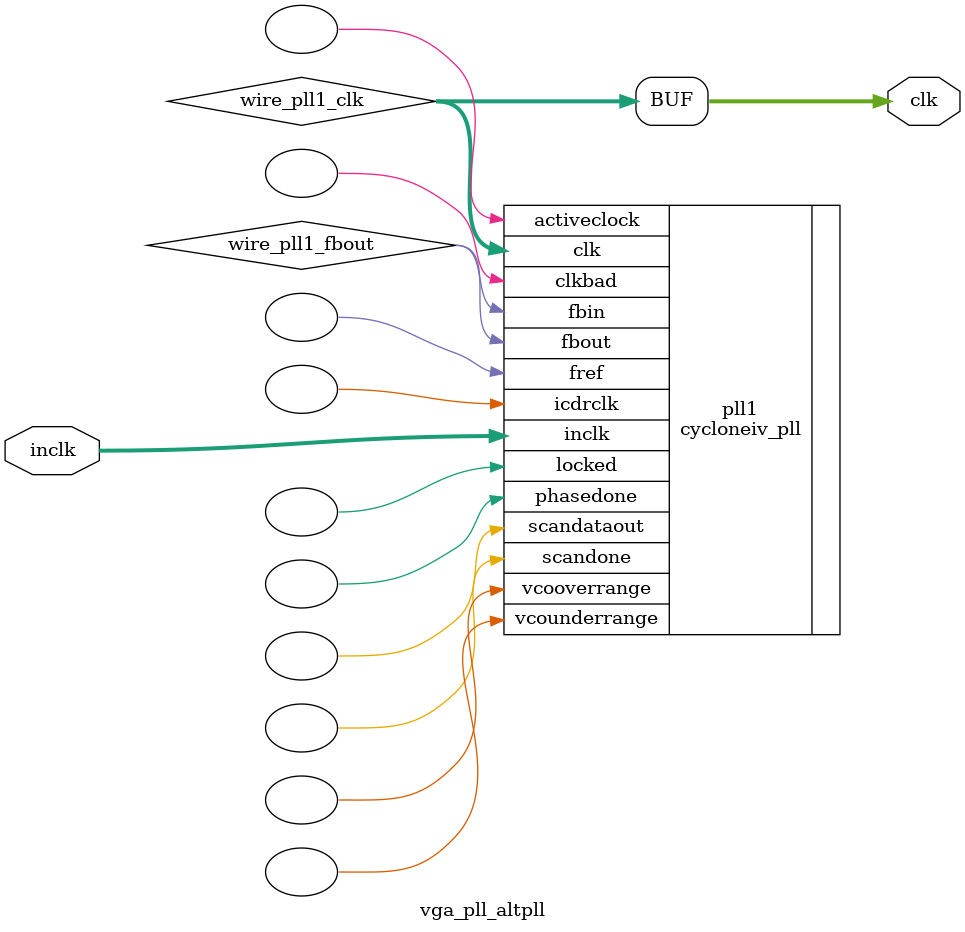
<source format=v>






//synthesis_resources = cycloneiv_pll 1 
//synopsys translate_off
`timescale 1 ps / 1 ps
//synopsys translate_on
module  vga_pll_altpll
	( 
	clk,
	inclk) /* synthesis synthesis_clearbox=1 */;
	output   [4:0]  clk;
	input   [1:0]  inclk;
`ifndef ALTERA_RESERVED_QIS
// synopsys translate_off
`endif
	tri0   [1:0]  inclk;
`ifndef ALTERA_RESERVED_QIS
// synopsys translate_on
`endif

	wire  [4:0]   wire_pll1_clk;
	wire  wire_pll1_fbout;

	cycloneiv_pll   pll1
	( 
	.activeclock(),
	.clk(wire_pll1_clk),
	.clkbad(),
	.fbin(wire_pll1_fbout),
	.fbout(wire_pll1_fbout),
	.fref(),
	.icdrclk(),
	.inclk(inclk),
	.locked(),
	.phasedone(),
	.scandataout(),
	.scandone(),
	.vcooverrange(),
	.vcounderrange()
	`ifndef FORMAL_VERIFICATION
	// synopsys translate_off
	`endif
	,
	.areset(1'b0),
	.clkswitch(1'b0),
	.configupdate(1'b0),
	.pfdena(1'b1),
	.phasecounterselect({3{1'b0}}),
	.phasestep(1'b0),
	.phaseupdown(1'b0),
	.scanclk(1'b0),
	.scanclkena(1'b1),
	.scandata(1'b0)
	`ifndef FORMAL_VERIFICATION
	// synopsys translate_on
	`endif
	);
	defparam
		pll1.bandwidth_type = "auto",
		pll1.clk0_divide_by = 2,
		pll1.clk0_duty_cycle = 50,
		pll1.clk0_multiply_by = 1,
		pll1.clk0_phase_shift = "0",
		pll1.clk1_divide_by = 1,
		pll1.clk1_duty_cycle = 50,
		pll1.clk1_multiply_by = 1,
		pll1.clk1_phase_shift = "0",
		pll1.clk2_divide_by = 1,
		pll1.clk2_duty_cycle = 50,
		pll1.clk2_multiply_by = 1,
		pll1.clk2_phase_shift = "0",
		pll1.compensate_clock = "clk0",
		pll1.inclk0_input_frequency = 20000,
		pll1.operation_mode = "normal",
		pll1.pll_type = "auto",
		pll1.lpm_type = "cycloneiv_pll";
	assign
		clk = {wire_pll1_clk[4:0]};
endmodule //vga_pll_altpll
//VALID FILE

</source>
